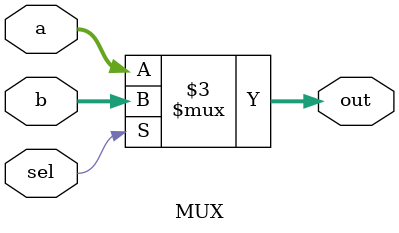
<source format=v>

`timescale 1ns / 100ps

module MUX(
    input [24:0] a,
    input [24:0] b,
    input sel,
    output reg [24:0] out
    );
  

always @ (*) begin
    #5;
   
       if (sel)
           out = b;

       else
           out = a;
    
end 

endmodule
  

</source>
